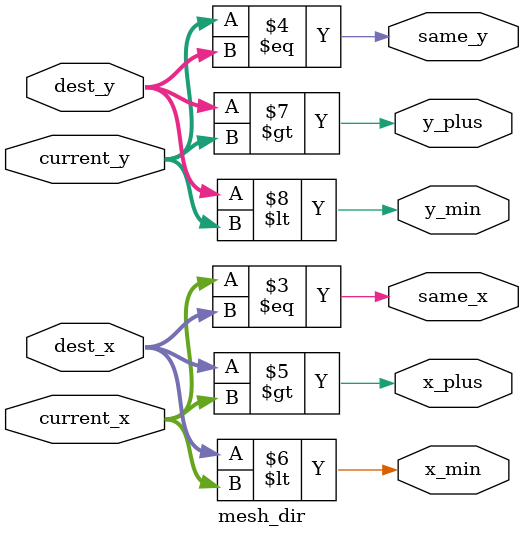
<source format=sv>
`timescale     1ns/1ps
/**********************************************************************
**	File:  route_mesh.v
**    
**	Copyright (C) 2014-2017  Alireza Monemi
**    
**	This file is part of ProNoC 
**
**	ProNoC ( stands for Prototype Network-on-chip)  is free software: 
**	you can redistribute it and/or modify it under the terms of the GNU
**	Lesser General Public License as published by the Free Software Foundation,
**	either version 2 of the License, or (at your option) any later version.
**
** 	ProNoC is distributed in the hope that it will be useful, but WITHOUT
** 	ANY WARRANTY; without even the implied warranty of MERCHANTABILITY
** 	or FITNESS FOR A PARTICULAR PURPOSE.  See the GNU Lesser General
** 	Public License for more details.
**
** 	You should have received a copy of the GNU Lesser General Public
** 	License along with ProNoC. If not, see <http:**www.gnu.org/licenses/>.
**
**
**	Description: 
**	Different routing algorithms (determinstic,partially adaptive and fully adaptive)
**	for 2D mesh-based topology
**
**************************************************************/


/********************************************
                    Deterministic
*********************************************/


    /*****************************************************
                    xy_mesh_routing

    *****************************************************/



module xy_mesh_routing #(
    parameter NX        =    4,
    parameter NY        =    3,
    parameter OUT_BIN =    1    // 1: destination port is in binary format 0: onehot  
)
(
    current_x,    // current router x address
    current_y,    // current router y address
    dest_x,        // destination x address
    dest_y,        // destination y address
    destport    // router output port
        
);
    

    function integer log2;
      input integer number; begin   
         log2=(number <=1) ? 1: 0;    
         while(2**log2<number) begin    
            log2=log2+1;    
         end        
      end   
    endfunction // log2 

    localparam  P            =    5;    // router port number is always 5 in a mesh topology
    
    localparam  Xw            =    log2(NX),
                Yw            =    log2(NY),
                Pw            =    log2(P),
                DSTw          =    (OUT_BIN)? Pw : P;

    
    
    input  [Xw-1        :0]    current_x;
    input  [Yw-1        :0]    current_y;
    input  [Xw-1        :0]    dest_x;
    input  [Yw-1        :0]    dest_y;
    output [DSTw-1            :0]    destport;

    
    

    localparam  LOCAL    =    (OUT_BIN==1)?    0    :  1 ,//5'b00001
                EAST     =    (OUT_BIN==1)?    1    :  2 ,//5'b00010 
                NORTH    =    (OUT_BIN==1)?    2    :  4 ,//5'b00100    
                WEST     =    (OUT_BIN==1)?    3    :  8 ,//5'b01000  
                SOUTH    =    (OUT_BIN==1)?    4    : 16 ;//5'b10000    
    
    
    reg [DSTw-1            :0]    destport_next;
    // reg [DSTw-1            :0]    destport_next_r3;
    
    
        
    assign    destport= destport_next;
    
    always@(*)begin
            destport_next    = LOCAL [DSTw-1    :0];
            if           (dest_x    > current_x)        destport_next    = EAST [DSTw-1    :0];
            else if      (dest_x    < current_x)        destport_next    = WEST [DSTw-1    :0];
            else begin
                if         (dest_y    > current_y)        destport_next    = SOUTH [DSTw-1:0];
                else if      (dest_y    < current_y)        destport_next    = NORTH [DSTw-1    :0];
            end
            // $display("Route mesh values dest port %b",destport);
            // $display("Route mesh values dest x %b , y %b",dest_x,dest_y);

            `ifdef ASSERTION_ENABLE
                // Asserting the Property r1 : Route can issue at most one request 
                // Asserting the Property r2 : Route should issue a request whenever a data is valid
                // Asserting the Property r3 : Desired routing algorithm should be correctly implemented

                // Branch statements
                //r1
                if ($onehot(destport) || destport == 1'b0) begin
                    if ($onehot(destport)) $display (" r1 succeeded");
                end
                else if ( !$isunknown(destport) )$display(" $error :r1 failed in %m at %t", $time);
                //r2
                if (dest_x<=1'b1 && dest_y<=1'b1) $display (" r2 succeeded");
                else begin
                    if (!$isunknown(dest_x) || !$isunknown(dest_y)) $display(" $error :r2 failed in %m at %t", $time);
                end
                //r3
                if ((dest_x > current_x && destport_next==EAST) || (dest_x < current_x && destport_next==WEST) || (dest_y > current_y && destport_next==SOUTH) || (dest_y < current_y && destport_next==NORTH) || (destport_next==LOCAL)) $display (" r3 succeeded");
                else $display(" $error :r3 failed in %m at %t", $time);
                //r3
                // case (dest_x  > current_x) 
                //     1'b0 :  begin
                //                 case (dest_x < current_x)
                //                     1'b1 : destport_next_r3 = WEST [DSTw-1    :0];
                //                     1'b0 :  begin
                //                                 case (dest_y    > current_y)
                //                                     1'b0 :  begin
                //                                                 case (dest_y < current_y)
                //                                                     1'b1 : destport_next_r3    = NORTH [DSTw-1    :0];
                //                                                     default : destport_next_r3    = LOCAL [DSTw-1    :0];
                //                                                 endcase
                //                                             end
                //                                     1'b1 :  destport_next_r3    = SOUTH [DSTw-1:0];
                //                                     default : destport_next_r3    = LOCAL [DSTw-1    :0];
                //                                 endcase
                //                             end
                //                     default : destport_next_r3    = LOCAL [DSTw-1    :0];
                //                 endcase
                //             end
                //     1'b1 :   destport_next_r3 = EAST [DSTw-1    :0];
                    
                //     default : destport_next_r3    = LOCAL [DSTw-1    :0];
                // endcase
                // if ( destport_next_r3==destport_next ) $display (" r3 succeeded");
                // else $display(" $error :r3 failed in %m at %t", $time);

                // Assert statments
                //r1
                r1: assert (($onehot(destport) || destport == 1'b0) || $isunknown(destport));
                //r2
                r2: assert (dest_x<=1'b1 && dest_y<=1'b1 || ($isunknown(dest_x) || $isunknown(dest_y)));
                // r3
                r3: assert ((dest_x > current_x && destport_next==EAST) || (dest_x < current_x && destport_next==WEST) || (dest_y > current_y && destport_next==SOUTH) || (dest_y < current_y && destport_next==NORTH) || (destport_next==LOCAL)); 

            `endif
    end
    
    
endmodule

/********************************************
                    Partial adaptive
The west-first routing algorithm does not allow turns from north to west or from south to west.                    
The north last routing algorithm does not allow turns from north to east or from north to west.
The negetive fist routing algorithm does net allow turns from north to west or from east to south.

                    
*********************************************/

/************************************

                west-first
                 
*************************************/
module west_first_routing #(
        parameter NX    =   4,
        parameter NY    =   4
    )
    (       
        current_x,  // current router x address
        current_y,  // current router y address
        dest_x,     // destination x address
        dest_y,     // destination y address
        destport    // router output port
            
    );
   
   
    function integer log2;
      input integer number; begin   
         log2=(number <=1) ? 1: 0;    
         while(2**log2<number) begin    
            log2=log2+1;    
         end 	   
      end   
    endfunction // log2 
   
    localparam  P   =   5,
                P_1 =    P-1,
                Xw  =   log2(NX),
                Yw  =   log2(NY);

    input  [Xw-1        :0] current_x;
    input  [Yw-1        :0] current_y;
    input  [Xw-1        :0] dest_x;
    input  [Yw-1        :0] dest_y;
    output [P_1-1       :0] destport;
       
    localparam  LOCAL=   3'd0,  
                EAST =   3'd1, 
                NORTH=   3'd2, 
                WEST =   3'd3,  
                SOUTH=   3'd4;  
    
    
    wire x_plus,x_min,y_plus,y_min,same_x,same_y;
    
    mesh_dir #(
        .NX(NX),
        .NY(NY)
    )
    dir(
        .current_x(current_x),
        .current_y(current_y),
        .dest_x(dest_x),
        .dest_y(dest_y),
        .x_plus(x_plus),
        .x_min(x_min),
        .y_plus(y_plus),
        .y_min(y_min),
        .same_x(same_x),
        .same_y(same_y)
        
    );
    
    reg [4  :   0]  possible_out_port;
    
    //The west-first routing algorithm does not allow turns from north to west or from south to west. 
    always @(*)begin    
        possible_out_port = 5'd0;
        if(same_x && same_y) begin
            possible_out_port [LOCAL]=1'b1;
        end
        else if       (x_min) begin 
            possible_out_port [WEST]    = 1'b1;
        end
        else if (x_plus && y_min) begin
            possible_out_port [EAST]=1'b1;
            possible_out_port [NORTH]=1'b1;
        end
        else if(x_plus && y_plus) begin
            possible_out_port [EAST]=1'b1;
            possible_out_port [SOUTH]=1'b1;
        end
        else if( x_plus && same_y) begin 
            possible_out_port [EAST]=1'b1;
        end
        else if(same_x && y_min) begin 
            possible_out_port [NORTH]=1'b1;
        end
        else if(same_x && y_plus) begin 
            possible_out_port [SOUTH]=1'b1;
        end
    end 
    
    // code the destination port
    wire x,y,a,b;
    assign x = x_plus;
    assign y = y_min;
    assign a = possible_out_port[EAST] | possible_out_port[WEST]; 
    assign b = possible_out_port[NORTH]| possible_out_port[SOUTH];
    assign destport = {x,y,a,b};
endmodule 


/************************************
              
             
             north-last
              
              
 *************************************/


module north_last_routing #(
        parameter NX    =   4,
        parameter NY    =   4
    )
    (       
        current_x,  // current router x address
        current_y,  // current router y address
        dest_x,     // destination x address
        dest_y,     // destination y address
        destport    // router output port
            
    );
   
  
    function integer log2;
      input integer number; begin   
         log2=(number <=1) ? 1: 0;    
         while(2**log2<number) begin    
            log2=log2+1;    
         end 	   
      end   
    endfunction // log2 
   
    localparam  P   =   5,
                P_1 =    P-1,
                Xw  =   log2(NX),
                Yw  =   log2(NY);

    input  [Xw-1        :0] current_x;
    input  [Yw-1        :0] current_y;
    input  [Xw-1        :0] dest_x;
    input  [Yw-1        :0] dest_y;
    output [P_1-1       :0] destport;
       
    localparam  LOCAL=   3'd0,  
                EAST =   3'd1, 
                NORTH=   3'd2, 
                WEST =   3'd3,  
                SOUTH=   3'd4;  
    
    
    wire x_plus,x_min,y_plus,y_min,same_x,same_y;
    
    mesh_dir #(
        .NX(NX),
        .NY(NY)
    )
    dir(
        .current_x(current_x),
        .current_y(current_y),
        .dest_x(dest_x),
        .dest_y(dest_y),
        .x_plus(x_plus),
        .x_min(x_min),
        .y_plus(y_plus),
        .y_min(y_min),
        .same_x(same_x),
        .same_y(same_y)
        
    );
    
    reg [4  :   0]  possible_out_port;
    
   // north last routing algorithm does not allow turns from north to east or from north to west.
    
    always @(*)begin   
        possible_out_port   = 5'd0;
        if(same_x &&  same_y) begin 
            possible_out_port [LOCAL]=1'b1;
        end
        else if (x_min && y_min) begin 
            possible_out_port   [WEST]= 1'b1;
            //possible_out_port   [NORTH]= 1'b1;
        end 
        else if (x_min && y_plus) begin 
            possible_out_port   [WEST]= 1'b1;
            possible_out_port   [SOUTH]= 1'b1;
        end         
        else if (x_plus &&  y_min) begin 
            possible_out_port   [EAST]= 1'b1;
            //possible_out_port   [NORTH]= 1'b1;            
        end
        else if (x_plus &&  y_plus) begin 
            possible_out_port   [EAST]= 1'b1;
            possible_out_port   [SOUTH]= 1'b1;
        end
        else if (x_min && same_y) begin 
            possible_out_port   [WEST]= 1'b1;
        end
        else if (x_plus && same_y) begin 
            possible_out_port   [EAST]= 1'b1;
        end
        else if (same_x && y_min) begin 
            possible_out_port   [NORTH]= 1'b1;
        end
        else if (same_x && y_plus) begin 
            possible_out_port   [SOUTH]= 1'b1;
        end
    end
       
   
    // code the destination port
    wire x,y,a,b;
    assign x = x_plus;
    assign y = y_min;
    assign a = possible_out_port[EAST] | possible_out_port[WEST]; 
    assign b = possible_out_port[NORTH]| possible_out_port[SOUTH];
    assign destport = {x,y,a,b};
endmodule 


/****************************

        
        negetive-first
        

******************************/


module negetive_first_routing #(
        parameter NX    =   4,
        parameter NY    =   4
    )
    (       
        current_x,  // current router x address
        current_y,  // current router y address
        dest_x,     // destination x address
        dest_y,     // destination y address
        destport    // router output port
            
    );
   
    
    function integer log2;
      input integer number; begin   
         log2=(number <=1) ? 1: 0;    
         while(2**log2<number) begin    
            log2=log2+1;    
         end 	   
      end   
    endfunction // log2 
   
    localparam  P   =   5,
                P_1 =    P-1,
                Xw  =   log2(NX),
                Yw  =   log2(NY);

    input  [Xw-1        :0] current_x;
    input  [Yw-1        :0] current_y;
    input  [Xw-1        :0] dest_x;
    input  [Yw-1        :0] dest_y;
    output [P_1-1       :0] destport;
       
    localparam  LOCAL=   3'd0,  
                EAST =   3'd1, 
                NORTH=   3'd2, 
                WEST =   3'd3,  
                SOUTH=   3'd4;  
    
    
    wire x_plus,x_min,y_plus,y_min,same_x,same_y;
    
    mesh_dir #(
        .NX(NX),
        .NY(NY)
    )
    dir(
        .current_x(current_x),
        .current_y(current_y),
        .dest_x(dest_x),
        .dest_y(dest_y),
        .x_plus(x_plus),
        .x_min(x_min),
        .y_plus(y_plus),
        .y_min(y_min),
        .same_x(same_x),
        .same_y(same_y)
        
    );
    
    reg [4  :   0]  possible_out_port;
    
 // The negetive fist routing algorithm does net allow turns from north to west or from east to south.
    
    always @(*)begin   
        possible_out_port   = 5'd0;
        if(same_x &&  same_y) begin 
            possible_out_port [LOCAL]=1'b1;
        end
        else if (x_min && y_min) begin 
            possible_out_port   [WEST]= 1'b1;
            //possible_out_port   [NORTH]= 1'b1;
        end 
        else if (x_min && y_plus) begin 
            possible_out_port   [WEST]= 1'b1;
            possible_out_port   [SOUTH]= 1'b1;
        end         
        else if (x_plus &&  y_min) begin 
            possible_out_port   [EAST]= 1'b1;
            possible_out_port   [NORTH]= 1'b1;            
        end
        else if (x_plus &&  y_plus) begin 
            //possible_out_port   [EAST]= 1'b1;
            possible_out_port   [SOUTH]= 1'b1;
        end
        else if (x_min && same_y) begin 
            possible_out_port   [WEST]= 1'b1;
        end
        else if (x_plus && same_y) begin 
            possible_out_port   [EAST]= 1'b1;
        end
        else if (same_x && y_min) begin 
            possible_out_port   [NORTH]= 1'b1;
        end
        else if (same_x && y_plus) begin 
            possible_out_port   [SOUTH]= 1'b1;
        end
    end
      
    // code the destination port
    wire x,y,a,b;
    assign x = x_plus;
    assign y = y_min;
    assign a = possible_out_port[EAST] | possible_out_port[WEST]; 
    assign b = possible_out_port[NORTH]| possible_out_port[SOUTH];
    assign destport = {x,y,a,b};
endmodule 


/****************************************

            odd_even

***************************************/




module odd_even_routing #(
        parameter NX        =    4,
        parameter NY        =    4,
        parameter LOCATED_IN_NI        =    1 // 1: the router locaed inside ni                     
                                                  // 0: the routing module located inside router
    )
    (
        current_x,    // current router x address
        current_y,    // current router y address
        dest_x,        // destination x address
        dest_y,        // destination y address
        destport    // router output port
        
    );

        
    
   
    function integer log2;
      input integer number; begin   
         log2=(number <=1) ? 1: 0;    
         while(2**log2<number) begin    
            log2=log2+1;    
         end 	   
      end   
    endfunction // log2 
    
    localparam     P    =    5,
                P_1 =   P-1,               
                Xw    =    log2(NX),
                Yw    =    log2(NY);

    input  [Xw-1        :0]    current_x;
    input  [Yw-1        :0]    current_y;
    input  [Xw-1        :0]    dest_x;
    input  [Yw-1        :0]    dest_y;
    output [P_1-1         :0]    destport;
    
    
    
    localparam LOCAL   =        3'd0;  
    localparam EAST       =        3'd1; 
    localparam NORTH   =        3'd2;  
    localparam WEST       =        3'd3;  
    localparam SOUTH   =        3'd4;  
    
    wire signed [Xw        :0] xc;//current 
    wire signed [Xw        :0] xd;//destination
    wire signed [Yw        :0] yc;//current 
    wire signed [Yw        :0] yd;//destination
    wire signed [Xw        :0] xdiff;
    wire signed [Yw        :0] ydiff; 
    
    
    assign     xc     ={1'b0, current_x [Xw-1        :0]};
    assign     yc     ={1'b0, current_y [Yw-1        :0]};
    assign    xd    ={1'b0, dest_x};
    assign    yd     ={1'b0, dest_y};
    assign     xdiff    = xd-xc;
    assign    ydiff    = yd-yc;
    
    reg [P-1    :    0]    possible_out_port;
    
    
    
    always @(*)begin     
        possible_out_port = 5'd0;
        if (xdiff == 0 && ydiff == 0) begin 
                possible_out_port [LOCAL]=1'b1;
        end
        else if(xdiff ==0) begin //currently in the same column as destination
            if( ydiff<0) begin 
                possible_out_port [NORTH]=1'b1;
            end else begin 
                possible_out_port [SOUTH]=1'b1;
            end
        end
        else if(ydiff == 0) begin //currently in the same row as destination
            if( xdiff<0) begin 
                possible_out_port [WEST]=1'b1;
            end else begin 
                possible_out_port [EAST]=1'b1;
            end
        end
        else begin 
            if(xdiff>0)begin //east_bound
                if(ydiff == 0) begin
                    possible_out_port [EAST]=1'b1;
                end
                else begin 
                    if(current_x[0] || (LOCATED_IN_NI    == 1)) begin 
                        if( ydiff<0) begin 
                            possible_out_port [NORTH]=1'b1;
                        end else begin 
                            possible_out_port [SOUTH]=1'b1;
                        end
                    end
                    if(dest_x[0] || xdiff!=1) begin // //odd destination column or >= 2 columns to destination
                        possible_out_port [EAST]=1'b1;
                    end 
                end
            end 
            else begin // west_bound
                possible_out_port [WEST]    = 1'b1;
                if(current_x[0]== 1'b0) begin //even column
                    if( ydiff<0) begin 
                        possible_out_port [NORTH]=1'b1;
                    end else begin 
                        possible_out_port [SOUTH]=1'b1;
                    end
                end
            end
        end
        end
        
        
        
    // code the destination port
    wire x,y,a,b;
    assign x = (xdiff > 0);
    assign y = (ydiff < 0);
    assign a = possible_out_port[EAST] | possible_out_port[WEST]; 
    assign b = possible_out_port[NORTH]| possible_out_port[SOUTH];
    assign destport = {x,y,a,b};

    
    
    
endmodule 
    
/***********************************
        fully adaptive

***********************************/
    
    
    /************************************

        Duato’s Fully Adaptive
The packet which can travel in both x & y dimention can not use the reserved VC in y axies
    *************************************/    
    
    
    
module duato_mesh_routing #(
        parameter NX    =    4,
        parameter NY    =    4
    )
    (        
        current_x,    // current router x address
        current_y,    // current router y address
        dest_x,        // destination x address
        dest_y,        // destination y address
        destport    // router output port
        
    );

        
    
  
    function integer log2;
      input integer number; begin   
         log2=(number <=1) ? 1: 0;    
         while(2**log2<number) begin    
            log2=log2+1;    
         end 	   
      end   
    endfunction // log2 
    
    
    localparam     P    =    5,
                P_1 =   P-1,    
                Xw    =    log2(NX),
                Yw    =    log2(NY);

    input  [Xw-1        :0]    current_x;
    input  [Yw-1        :0]    current_y;
    input  [Xw-1        :0]    dest_x;
    input  [Yw-1        :0]    dest_y;
    output [P_1-1        :0]    destport;
    

    
    localparam  LOCAL=   3'd0,  
                EAST =   3'd1, 
                NORTH=   3'd2, 
                WEST =   3'd3,  
                SOUTH=   3'd4;  
    
    
    wire x_plus,x_min,y_plus,y_min,same_x,same_y;
    
    mesh_dir #(
        .NX(NX),
        .NY(NY)
    )
    dir(
        .current_x(current_x),
        .current_y(current_y),
        .dest_x(dest_x),
        .dest_y(dest_y),
        .x_plus(x_plus),
        .x_min(x_min),
        .y_plus(y_plus),
        .y_min(y_min),
        .same_x(same_x),
        .same_y(same_y)
        
    );
        
    
    reg [P-1    :    0]    possible_out_port;
    
    always @(*)begin   
        possible_out_port       = 5'd0;
        if(same_x &&  same_y) begin 
            possible_out_port [LOCAL]=1'b1;
        end
        else if (x_min && y_min) begin 
            possible_out_port   [WEST]= 1'b1;
            possible_out_port   [NORTH]= 1'b1;
        end 
        else if (x_min && y_plus) begin 
            possible_out_port   [WEST]= 1'b1;
            possible_out_port   [SOUTH]= 1'b1;
        end 
        else if (x_plus &&  y_min) begin 
            possible_out_port   [EAST]= 1'b1;
            possible_out_port   [NORTH]= 1'b1;            
        end
        else if (x_plus &&  y_plus) begin 
            possible_out_port   [EAST]= 1'b1;
            possible_out_port   [SOUTH]= 1'b1;
        end
        else if (x_min && same_y) begin 
            possible_out_port   [WEST]= 1'b1;
        end
        else if (x_plus && same_y) begin 
            possible_out_port   [EAST]= 1'b1;
        end
        else if (same_x && y_min) begin 
            possible_out_port   [NORTH]= 1'b1;
        end
        else if (same_x && y_plus) begin 
            possible_out_port   [SOUTH]= 1'b1;
        end
    end
   
    
    // code the destination port
    wire   x,y,a,b;
    assign x = x_plus;
    assign y = y_min;
    assign a = possible_out_port[EAST] | possible_out_port[WEST]; 
    assign b = possible_out_port[NORTH]| possible_out_port[SOUTH];
    assign destport = {x,y,a,b};
    
    
    
endmodule
    
        


        
module mesh_dir #(
    parameter NX   =    4,
    parameter NY   =    4
)(
    current_x,
    current_y,
    dest_x,
    dest_y,
    x_plus,
    x_min,
    y_plus,
    y_min,
    same_x,
    same_y
);

 
    function integer log2;
      input integer number; begin   
         log2=(number <=1) ? 1: 0;    
         while(2**log2<number) begin    
            log2=log2+1;    
         end 	   
      end   
    endfunction // log2 
        
    localparam  Xw          =   log2(NX),
                Yw          =   log2(NY);

    output x_plus;
    output x_min;
    output y_plus;
    output y_min;
    output same_x,same_y;
    
    input   [Xw-1       :   0] current_x;
    input   [Yw-1       :   0] current_y;
    input   [Xw-1       :   0] dest_x;
    input   [Yw-1       :   0] dest_y;

   

    assign same_x = (current_x == dest_x);
    assign same_y = (current_y == dest_y);
    assign x_plus = (dest_x  > current_x);
    assign x_min  = (dest_x  < current_x);
    assign y_plus = (dest_y  > current_y);
    assign y_min  = (dest_y  < current_y);
   
   

endmodule














</source>
